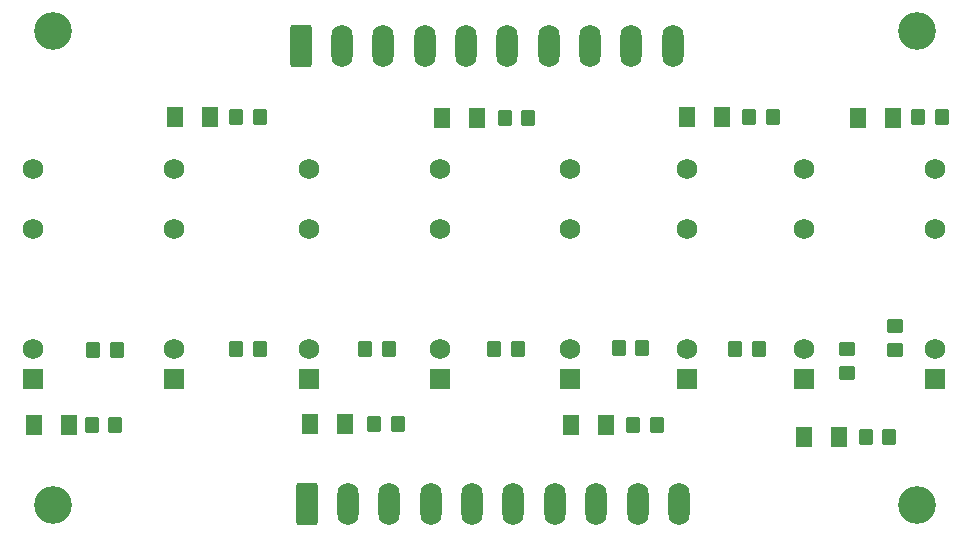
<source format=gbr>
%TF.GenerationSoftware,KiCad,Pcbnew,8.0.4*%
%TF.CreationDate,2024-07-23T21:16:43+01:00*%
%TF.ProjectId,8_Way_Relay_Board,385f5761-795f-4526-956c-61795f426f61,V1*%
%TF.SameCoordinates,Original*%
%TF.FileFunction,Soldermask,Top*%
%TF.FilePolarity,Negative*%
%FSLAX46Y46*%
G04 Gerber Fmt 4.6, Leading zero omitted, Abs format (unit mm)*
G04 Created by KiCad (PCBNEW 8.0.4) date 2024-07-23 21:16:43*
%MOMM*%
%LPD*%
G01*
G04 APERTURE LIST*
G04 Aperture macros list*
%AMRoundRect*
0 Rectangle with rounded corners*
0 $1 Rounding radius*
0 $2 $3 $4 $5 $6 $7 $8 $9 X,Y pos of 4 corners*
0 Add a 4 corners polygon primitive as box body*
4,1,4,$2,$3,$4,$5,$6,$7,$8,$9,$2,$3,0*
0 Add four circle primitives for the rounded corners*
1,1,$1+$1,$2,$3*
1,1,$1+$1,$4,$5*
1,1,$1+$1,$6,$7*
1,1,$1+$1,$8,$9*
0 Add four rect primitives between the rounded corners*
20,1,$1+$1,$2,$3,$4,$5,0*
20,1,$1+$1,$4,$5,$6,$7,0*
20,1,$1+$1,$6,$7,$8,$9,0*
20,1,$1+$1,$8,$9,$2,$3,0*%
G04 Aperture macros list end*
%ADD10RoundRect,0.250000X-0.450000X0.350000X-0.450000X-0.350000X0.450000X-0.350000X0.450000X0.350000X0*%
%ADD11RoundRect,0.250000X0.350000X0.450000X-0.350000X0.450000X-0.350000X-0.450000X0.350000X-0.450000X0*%
%ADD12RoundRect,0.250000X-0.650000X-1.550000X0.650000X-1.550000X0.650000X1.550000X-0.650000X1.550000X0*%
%ADD13O,1.800000X3.600000*%
%ADD14RoundRect,0.250001X-0.462499X-0.624999X0.462499X-0.624999X0.462499X0.624999X-0.462499X0.624999X0*%
%ADD15C,3.200000*%
%ADD16R,1.752600X1.752600*%
%ADD17C,1.752600*%
%ADD18RoundRect,0.250000X0.450000X-0.350000X0.450000X0.350000X-0.450000X0.350000X-0.450000X-0.350000X0*%
G04 APERTURE END LIST*
D10*
%TO.C,R8*%
X138684000Y-76317600D03*
X138684000Y-78317600D03*
%TD*%
D11*
%TO.C,R10*%
X84886800Y-58623200D03*
X82886800Y-58623200D03*
%TD*%
D12*
%TO.C,J2*%
X88356700Y-52661700D03*
D13*
X91856700Y-52661700D03*
X95356700Y-52661700D03*
X98856700Y-52661700D03*
X102356700Y-52661700D03*
X105856700Y-52661700D03*
X109356700Y-52661700D03*
X112856700Y-52661700D03*
X116356700Y-52661700D03*
X119856700Y-52661700D03*
%TD*%
D14*
%TO.C,D8*%
X135556600Y-58674000D03*
X138531600Y-58674000D03*
%TD*%
D15*
%TO.C,H2*%
X140563600Y-51358800D03*
%TD*%
D11*
%TO.C,R4*%
X106765600Y-78282800D03*
X104765600Y-78282800D03*
%TD*%
D14*
%TO.C,D2*%
X77709700Y-58623200D03*
X80684700Y-58623200D03*
%TD*%
%TO.C,D7*%
X130984600Y-85699600D03*
X133959600Y-85699600D03*
%TD*%
D11*
%TO.C,R3*%
X95843600Y-78282800D03*
X93843600Y-78282800D03*
%TD*%
%TO.C,R11*%
X96556500Y-84595600D03*
X94556500Y-84595600D03*
%TD*%
D15*
%TO.C,H4*%
X140512800Y-91490800D03*
%TD*%
D16*
%TO.C,K7*%
X131013200Y-80835500D03*
D17*
X131013200Y-78295500D03*
X131013200Y-68135500D03*
X131013200Y-63055500D03*
%TD*%
D11*
%TO.C,R9*%
X72662800Y-84707200D03*
X70662800Y-84707200D03*
%TD*%
%TO.C,R13*%
X118484400Y-84673600D03*
X116484400Y-84673600D03*
%TD*%
%TO.C,R5*%
X117297200Y-78181200D03*
X115297200Y-78181200D03*
%TD*%
D14*
%TO.C,D6*%
X121027800Y-58623200D03*
X124002800Y-58623200D03*
%TD*%
%TO.C,D5*%
X111237700Y-84683600D03*
X114212700Y-84683600D03*
%TD*%
D11*
%TO.C,R14*%
X128341300Y-58626800D03*
X126341300Y-58626800D03*
%TD*%
D16*
%TO.C,K8*%
X142087600Y-80835500D03*
D17*
X142087600Y-78295500D03*
X142087600Y-68135500D03*
X142087600Y-63055500D03*
%TD*%
D16*
%TO.C,K2*%
X77622400Y-80835500D03*
D17*
X77622400Y-78295500D03*
X77622400Y-68135500D03*
X77622400Y-63055500D03*
%TD*%
D14*
%TO.C,D3*%
X89125400Y-84582000D03*
X92100400Y-84582000D03*
%TD*%
D11*
%TO.C,R6*%
X127136400Y-78282800D03*
X125136400Y-78282800D03*
%TD*%
%TO.C,R16*%
X142630400Y-58640400D03*
X140630400Y-58640400D03*
%TD*%
D16*
%TO.C,K6*%
X121107200Y-80835500D03*
D17*
X121107200Y-78295500D03*
X121107200Y-68135500D03*
X121107200Y-63055500D03*
%TD*%
D12*
%TO.C,J1*%
X88875200Y-91389200D03*
D13*
X92375200Y-91389200D03*
X95875200Y-91389200D03*
X99375200Y-91389200D03*
X102875200Y-91389200D03*
X106375200Y-91389200D03*
X109875200Y-91389200D03*
X113375200Y-91389200D03*
X116875200Y-91389200D03*
X120375200Y-91389200D03*
%TD*%
D16*
%TO.C,K1*%
X65735200Y-80835500D03*
D17*
X65735200Y-78295500D03*
X65735200Y-68135500D03*
X65735200Y-63055500D03*
%TD*%
D11*
%TO.C,R1*%
X72780400Y-78333600D03*
X70780400Y-78333600D03*
%TD*%
D14*
%TO.C,D4*%
X100352200Y-58674000D03*
X103327200Y-58674000D03*
%TD*%
D16*
%TO.C,K3*%
X89103200Y-80835500D03*
D17*
X89103200Y-78295500D03*
X89103200Y-68135500D03*
X89103200Y-63055500D03*
%TD*%
D15*
%TO.C,H1*%
X67411600Y-51358800D03*
%TD*%
%TO.C,H3*%
X67360800Y-91490800D03*
%TD*%
D16*
%TO.C,K4*%
X100126800Y-80835500D03*
D17*
X100126800Y-78295500D03*
X100126800Y-68135500D03*
X100126800Y-63055500D03*
%TD*%
D11*
%TO.C,R12*%
X107630900Y-58701200D03*
X105630900Y-58701200D03*
%TD*%
D16*
%TO.C,K5*%
X111201200Y-80835500D03*
D17*
X111201200Y-78295500D03*
X111201200Y-68135500D03*
X111201200Y-63055500D03*
%TD*%
D18*
%TO.C,R7*%
X134620000Y-80298800D03*
X134620000Y-78298800D03*
%TD*%
D11*
%TO.C,R2*%
X84921600Y-78232000D03*
X82921600Y-78232000D03*
%TD*%
D14*
%TO.C,D1*%
X65757400Y-84683600D03*
X68732400Y-84683600D03*
%TD*%
D11*
%TO.C,R15*%
X138182200Y-85699600D03*
X136182200Y-85699600D03*
%TD*%
M02*

</source>
